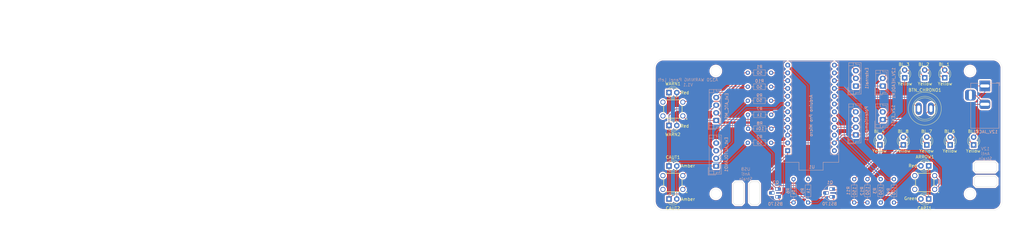
<source format=kicad_pcb>
(kicad_pcb (version 20240108) (generator "pcbnew") (generator_version "8.0")
  (title_block (title "A320 WARNING Panel Left") (date "2024-11-18") (rev "V1.1") (company "S.K.") (comment 1 "Buttons for ATC-MSG and Autoland have to be connected"))
  (layers (0 "F.Cu" signal) (31 "B.Cu" signal) (34 "B.Paste" user) (35 "F.Paste" user) (36 "B.SilkS" user "B.Silkscreen") (37 "F.SilkS" user "F.Silkscreen") (38 "B.Mask" user) (39 "F.Mask" user) (44 "Edge.Cuts" user))
  (net 0 "")
  (net 1 "12V_IN")
  (net 2 "GND")
  (net 3 "Net-(ARROW1-A)")
  (net 4 "LED_GND")
  (net 5 "Net-(BL_1-K)")
  (net 6 "Net-(BL_2-K)")
  (net 7 "Net-(BL_3-K)")
  (net 8 "BACKLIGHT_GND")
  (net 9 "Net-(BL_4-K)")
  (net 10 "Net-(BL_5-K)")
  (net 11 "Net-(BL_6-K)")
  (net 12 "Net-(CAPT1-A)")
  (net 13 "Net-(CAUT1-A)")
  (net 14 "Net-(BL_7-K)")
  (net 15 "EXT1")
  (net 16 "EXT2")
  (net 17 "POT2")
  (net 18 "POT1")
  (net 19 "+5V")
  (net 20 "Net-(Q1-G)")
  (net 21 "Net-(Q2-G)")
  (net 22 "WARN")
  (net 23 "Net-(WARN1-A)")
  (net 24 "CAUT")
  (net 25 "ARROW")
  (net 26 "Net-(BL_8-K)")
  (net 28 "BTN_CAUT")
  (net 30 "BTN_CHRONO")
  (net 33 "BTN_SIDESTICK")
  (net 35 "BTN_WARN")
  (net 37 "BTN_ATC_MSG")
  (net 38 "BTN_AUTOLAND")
  (net 39 "AUTOLAND")
  (net 40 "PRIO")
  (net 41 "ATC_MSG")
  (net 44 "Net-(Ext_ATC_MSG1-Pin_4)")
  (net 45 "Net-(Ext_AUTOLAND1-Pin_4)")
  (net 46 "OUT_BRT_BACK")
  (net 47 "OUT_BRT_LED")
  (footprint "LED_THT:LED_D3.0mm" (layer "F.Cu") (at 343.57875 130.89605 180)
    (property "Reference" "CAPT1" (at 1.3462 -3.0044 0) (layer "F.SilkS"))
    (property "Value" "Green" (at 5.8774 0.1706 0) (layer "F.SilkS"))
    (pad "1" thru_hole rect (at 0 0 180) (size 1.8 1.8) (drill 0.9) (layers "*.Cu" "*.Mask") (net 4 "LED_GND"))
    (pad "2" thru_hole circle (at 2.54 0 180) (size 1.8 1.8) (drill 0.9) (layers "*.Cu" "*.Mask") (net 12 "Net-(CAPT1-A)"))
  )
  (footprint "LED_THT:LED_D3.0mm" (layer "F.Cu") (at 258.78355 120.12985)
    (property "Reference" "CAUT1" (at 1.27 -2.8448 0) (layer "F.SilkS"))
    (property "Value" "Amber" (at 6.1722 -0.0508 0) (layer "F.SilkS"))
    (pad "1" thru_hole rect (at 0 0) (size 1.8 1.8) (drill 0.9) (layers "*.Cu" "*.Mask") (net 4 "LED_GND"))
    (pad "2" thru_hole circle (at 2.54 0) (size 1.8 1.8) (drill 0.9) (layers "*.Cu" "*.Mask") (net 13 "Net-(CAUT1-A)"))
  )
  (footprint "My:SW-Push" (layer "F.Cu") (at 342.30535 101.41005)
    (property "Reference" "BTN_CHRONO1" (at 0.0188 -6.0706 0) (layer "F.SilkS"))
    (property "Value" "Push Button" (hide yes))
    (pad "1" thru_hole oval (at -2 0 180) (size 2 4) (drill oval 1 2.2) (layers "*.Cu" "*.Mask") (net 30 "BTN_CHRONO") (thermal_bridge_width 1) (thermal_gap 1))
    (pad "2" thru_hole oval (at 2 0) (size 2 4) (drill oval 1 2.2) (layers "*.Cu" "*.Mask") (net 2 "GND") (thermal_bridge_width 1) (thermal_gap 1))
  )
  (footprint "LED_THT:LED_D3.0mm" (layer "F.Cu") (at 258.78355 96.15225)
    (property "Reference" "WARN1" (at 1.27 -2.8702 0) (layer "F.SilkS"))
    (property "Value" "Red" (at 5.1816 0.0254 0) (layer "F.SilkS"))
    (pad "1" thru_hole rect (at 0 0) (size 1.8 1.8) (drill 0.9) (layers "*.Cu" "*.Mask") (net 4 "LED_GND"))
    (pad "2" thru_hole circle (at 2.54 0) (size 1.8 1.8) (drill 0.9) (layers "*.Cu" "*.Mask") (net 23 "Net-(WARN1-A)"))
  )
  (footprint "LED_THT:LED_D3.0mm" (layer "F.Cu") (at 348.81385 91.33005 90)
    (property "Reference" "BL_1" (at 4.3738 -0.19 180) (layer "F.SilkS"))
    (property "Value" "Yellow" (at -1.9292 0.0889 180) (layer "F.SilkS"))
    (pad "1" thru_hole rect (at 0 0 90) (size 1.8 1.8) (drill 0.9) (layers "*.Cu" "*.Mask") (net 5 "Net-(BL_1-K)"))
    (pad "2" thru_hole circle (at 2.54 0 90) (size 1.8 1.8) (drill 0.9) (layers "*.Cu" "*.Mask") (net 1 "12V_IN"))
  )
  (footprint "LED_THT:LED_D3.0mm" (layer "F.Cu") (at 335.73285 91.33005 90)
    (property "Reference" "BL_3" (at 4.3738 -0.2154 180) (layer "F.SilkS"))
    (property "Value" "Yellow" (at -1.9292 0.0889 180) (layer "F.SilkS"))
    (pad "1" thru_hole rect (at 0 0 90) (size 1.8 1.8) (drill 0.9) (layers "*.Cu" "*.Mask") (net 7 "Net-(BL_3-K)"))
    (pad "2" thru_hole circle (at 2.54 0 90) (size 1.8 1.8) (drill 0.9) (layers "*.Cu" "*.Mask") (net 6 "Net-(BL_2-K)"))
  )
  (footprint "LED_THT:LED_D3.0mm" (layer "F.Cu") (at 335.31375 113.25025 90)
    (property "Reference" "BL_8" (at 4.4196 -0.0762 180) (layer "F.SilkS"))
    (property "Value" "Yellow" (at -1.9558 -0.0762 180) (layer "F.SilkS"))
    (pad "1" thru_hole rect (at 0 0 90) (size 1.8 1.8) (drill 0.9) (layers "*.Cu" "*.Mask") (net 26 "Net-(BL_8-K)"))
    (pad "2" thru_hole circle (at 2.54 0 90) (size 1.8 1.8) (drill 0.9) (layers "*.Cu" "*.Mask") (net 14 "Net-(BL_7-K)"))
  )
  (footprint "LED_THT:LED_D3.0mm" (layer "F.Cu") (at 327.66835 113.25025 90)
    (property "Reference" "BL_4" (at 4.4196 -0.2032 180) (layer "F.SilkS"))
    (property "Value" "Yellow" (at -1.9558 -0.1778 180) (layer "F.SilkS"))
    (pad "1" thru_hole rect (at 0 0 90) (size 1.8 1.8) (drill 0.9) (layers "*.Cu" "*.Mask") (net 9 "Net-(BL_4-K)"))
    (pad "2" thru_hole circle (at 2.54 0 90) (size 1.8 1.8) (drill 0.9) (layers "*.Cu" "*.Mask") (net 7 "Net-(BL_3-K)"))
  )
  (footprint "SamacSys_Parts:B3F1000" (layer "F.Cu") (at 260.05475 125.52525)
    (property "Reference" "BTN_CAUT1" (hide yes))
    (property "Value" "B3F-1055" (hide yes))
    (pad "1" thru_hole circle (at 3.25 2.25) (size 1.65 1.65) (drill 1.1) (layers "*.Cu" "*.Mask") (net 28 "BTN_CAUT"))
    (pad "2" thru_hole circle (at -3.25 2.25) (size 1.65 1.65) (drill 1.1) (layers "*.Cu" "*.Mask"))
    (pad "3" thru_hole circle (at 3.25 -2.25) (size 1.65 1.65) (drill 1.1) (layers "*.Cu" "*.Mask") (net 2 "GND"))
    (pad "4" thru_hole circle (at -3.25 -2.25) (size 1.65 1.65) (drill 1.1) (layers "*.Cu" "*.Mask"))
  )
  (footprint "LED_THT:LED_D3.0mm" (layer "F.Cu") (at 342.27335 91.33005 90)
    (property "Reference" "BL_2" (at 4.3738 -0.2794 180) (layer "F.SilkS"))
    (property "Value" "Yellow" (at -1.9292 0.0889 180) (layer "F.SilkS"))
    (pad "1" thru_hole rect (at 0 0 90) (size 1.8 1.8) (drill 0.9) (layers "*.Cu" "*.Mask") (net 6 "Net-(BL_2-K)"))
    (pad "2" thru_hole circle (at 2.54 0 90) (size 1.8 1.8) (drill 0.9) (layers "*.Cu" "*.Mask") (net 5 "Net-(BL_1-K)"))
  )
  (footprint "LED_THT:LED_D3.0mm" (layer "F.Cu") (at 342.95915 113.25025 90)
    (property "Reference" "BL_7" (at 4.4196 -0.0508 180) (layer "F.SilkS"))
    (property "Value" "Yellow" (at -1.9558 -0.1016 180) (layer "F.SilkS"))
    (pad "1" thru_hole rect (at 0 0 90) (size 1.8 1.8) (drill 0.9) (layers "*.Cu" "*.Mask") (net 14 "Net-(BL_7-K)"))
    (pad "2" thru_hole circle (at 2.54 0 90) (size 1.8 1.8) (drill 0.9) (layers "*.Cu" "*.Mask") (net 11 "Net-(BL_6-K)"))
  )
  (footprint "LED_THT:LED_D3.0mm" (layer "F.Cu") (at 358.24995 113.25025 90)
    (property "Reference" "BL_5" (at 4.4196 -0.1016 180) (layer "F.SilkS"))
    (property "Value" "Yellow" (at -1.9558 -0.1524 180) (layer "F.SilkS"))
    (pad "1" thru_hole rect (at 0 0 90) (size 1.8 1.8) (drill 0.9) (layers "*.Cu" "*.Mask") (net 10 "Net-(BL_5-K)"))
    (pad "2" thru_hole circle (at 2.54 0 90) (size 1.8 1.8) (drill 0.9) (layers "*.Cu" "*.Mask") (net 1 "12V_IN"))
  )
  (footprint "LED_THT:LED_D3.0mm" (layer "F.Cu") (at 350.60455 113.25025 90)
    (property "Reference" "BL_6" (at 4.4196 -0.1778 180) (layer "F.SilkS"))
    (property "Value" "Yellow" (at -1.9558 -0.127 180) (layer "F.SilkS"))
    (pad "1" thru_hole rect (at 0 0 90) (size 1.8 1.8) (drill 0.9) (layers "*.Cu" "*.Mask") (net 11 "Net-(BL_6-K)"))
    (pad "2" thru_hole circle (at 2.54 0 90) (size 1.8 1.8) (drill 0.9) (layers "*.Cu" "*.Mask") (net 10 "Net-(BL_5-K)"))
  )
  (footprint "LED_THT:LED_D3.0mm" (layer "F.Cu") (at 343.57875 120.08285 180)
    (property "Reference" "ARROW1" (at 1.2446 2.9172 0) (layer "F.SilkS"))
    (property "Value" "Red" (at 5.217 0.0254 0) (layer "F.SilkS"))
    (pad "1" thru_hole rect (at 0 0 180) (size 1.8 1.8) (drill 0.9) (layers "*.Cu" "*.Mask") (net 4 "LED_GND"))
    (pad "2" thru_hole circle (at 2.54 0 180) (size 1.8 1.8) (drill 0.9) (layers "*.Cu" "*.Mask") (net 3 "Net-(ARROW1-A)"))
  )
  (footprint "LED_THT:LED_D3.0mm" (layer "F.Cu") (at 258.78355 130.89945)
    (property "Reference" "CAUT2" (at 1.275 2.9972 0) (layer "F.SilkS"))
    (property "Value" "Amber" (at 6.1722 0.0762 0) (layer "F.SilkS"))
    (pad "1" thru_hole rect (at 0 0) (size 1.8 1.8) (drill 0.9) (layers "*.Cu" "*.Mask") (net 4 "LED_GND"))
    (pad "2" thru_hole circle (at 2.54 0) (size 1.8 1.8) (drill 0.9) (layers "*.Cu" "*.Mask") (net 13 "Net-(CAUT1-A)"))
  )
  (footprint "SamacSys_Parts:B3F1000" (layer "F.Cu") (at 342.28795 125.51465)
    (property "Reference" "BTN_SIDESTICK1" (hide yes))
    (property "Value" "B3F-1055" (hide yes))
    (pad "1" thru_hole circle (at 3.25 2.25) (size 1.65 1.65) (drill 1.1) (layers "*.Cu" "*.Mask") (net 33 "BTN_SIDESTICK"))
    (pad "2" thru_hole circle (at -3.25 2.25) (size 1.65 1.65) (drill 1.1) (layers "*.Cu" "*.Mask"))
    (pad "3" thru_hole circle (at 3.25 -2.25) (size 1.65 1.65) (drill 1.1) (layers "*.Cu" "*.Mask") (net 2 "GND"))
    (pad "4" thru_hole circle (at -3.25 -2.25) (size 1.65 1.65) (drill 1.1) (layers "*.Cu" "*.Mask"))
  )
  (footprint "LED_THT:LED_D3.0mm" (layer "F.Cu") (at 258.78355 106.89645)
    (property "Reference" "WARN2" (at 1.2446 2.9464 0) (layer "F.SilkS"))
    (property "Value" "Red" (at 5.1308 0.1778 0) (layer "F.SilkS"))
    (pad "1" thru_hole rect (at 0 0) (size 1.8 1.8) (drill 0.9) (layers "*.Cu" "*.Mask") (net 4 "LED_GND"))
    (pad "2" thru_hole circle (at 2.54 0) (size 1.8 1.8) (drill 0.9) (layers "*.Cu" "*.Mask") (net 23 "Net-(WARN1-A)"))
  )
  (footprint "SamacSys_Parts:B3F1000" (layer "F.Cu") (at 260.05475 101.52645)
    (property "Reference" "BTN_WARN1" (hide yes))
    (property "Value" "B3F-1055" (hide yes))
    (pad "1" thru_hole circle (at 3.25 2.25) (size 1.65 1.65) (drill 1.1) (layers "*.Cu" "*.Mask") (net 2 "GND"))
    (pad "2" thru_hole circle (at -3.25 2.25) (size 1.65 1.65) (drill 1.1) (layers "*.Cu" "*.Mask"))
    (pad "3" thru_hole circle (at 3.25 -2.25) (size 1.65 1.65) (drill 1.1) (layers "*.Cu" "*.Mask") (net 35 "BTN_WARN"))
    (pad "4" thru_hole circle (at -3.25 -2.25) (size 1.65 1.65) (drill 1.1) (layers "*.Cu" "*.Mask"))
  )
  (footprint "Connector_JST:JST_EH_B4B-EH-A_1x04_P2.50mm_Vertical" (layer "B.Cu") (at 274.19655 105.26545 90)
    (property "Reference" "Ext_ATC_MSG1" (at 3.7662 3.429 90) (layer "B.SilkS") (effects (justify mirror)))
    (property "Value" "Pin Header 1x04" (hide yes))
    (pad "1" thru_hole roundrect (at 0 0 90) (size 1.7 1.95) (drill 0.95) (layers "*.Cu" "*.Mask") (roundrect_rratio 0.147059) (net 2 "GND"))
    (pad "2" thru_hole oval (at 2.5 0 90) (size 1.7 1.95) (drill 0.95) (layers "*.Cu" "*.Mask") (net 37 "BTN_ATC_MSG"))
    (pad "3" thru_hole oval (at 5 0 90) (size 1.7 1.95) (drill 0.95) (layers "*.Cu" "*.Mask") (net 4 "LED_GND"))
    (pad "4" thru_hole oval (at 7.5 0 90) (size 1.7 1.95) (drill 0.95) (layers "*.Cu" "*.Mask") (net 44 "Net-(Ext_ATC_MSG1-Pin_4)"))
  )
  (footprint "Package_TO_SOT_THT:TO-92_HandSolder" (layer "B.Cu") (at 293.99995 127.65205 -90)
    (property "Reference" "Q2" (at -2.1336 0.3168 180) (layer "B.SilkS") (effects (justify mirror)))
    (property "Value" "BS170" (at 4.8768 0.4692 180) (layer "B.SilkS") (effects (justify mirror)))
    (pad "1" thru_hole rect (at 0 0 270) (size 1.1 1.8) (drill 0.75 (offset 0 -0.4)) (layers "*.Cu" "*.Mask") (net 4 "LED_GND"))
    (pad "2" thru_hole roundrect (at 1.27 1.27 270) (size 1.1 1.8) (drill 0.75 (offset 0 0.4)) (layers "*.Cu" "*.Mask") (net 21 "Net-(Q2-G)"))
    (pad "3" thru_hole roundrect (at 2.54 0 270) (size 1.1 1.8) (drill 0.75 (offset 0 -0.4)) (layers "*.Cu" "*.Mask") (net 2 "GND"))
  )
  (footprint "Connector_JST:JST_EH_B2B-EH-A_1x02_P2.50mm_Vertical" (layer "B.Cu") (at 328.57315 104.98065 90)
    (property "Reference" "12V_EXT1" (at 1.2554 3.4386 90) (layer "B.SilkS") (effects (justify mirror)))
    (property "Value" "Pin Header 1x02" (hide yes))
    (pad "1" thru_hole roundrect (at 0 0 90) (size 1.7 2) (drill 1) (layers "*.Cu" "*.Mask") (roundrect_rratio 0.147059) (net 2 "GND"))
    (pad "2" thru_hole oval (at 2.5 0 90) (size 1.7 2) (drill 1) (layers "*.Cu" "*.Mask") (net 1 "12V_IN"))
  )
  (footprint "Resistor_THT:R_Axial_DIN0204_L3.6mm_D1.6mm_P7.62mm_Horizontal" (layer "B.Cu") (at 292.13375 112.53905 180)
    (property "Reference" "R2" (at 3.81 1.92 0) (layer "B.SilkS") (effects (justify mirror)))
    (property "Value" "50" (at 3.7846 -0.0254 0) (layer "B.SilkS") (effects (justify mirror)))
    (pad "1" thru_hole circle (at 0 0 180) (size 1.4 1.4) (drill 0.7) (layers "*.Cu" "*.Mask") (net 24 "CAUT"))
    (pad "2" thru_hole oval (at 7.62 0 180) (size 1.4 1.4) (drill 0.7) (layers "*.Cu" "*.Mask") (net 13 "Net-(CAUT1-A)"))
  )
  (footprint "Connector_JST:JST_EH_B4B-EH-A_1x04_P2.50mm_Vertical" (layer "B.Cu") (at 274.19655 120.14985 90)
    (property "Reference" "Ext_AUTOLAND1" (at 3.7662 3.302 90) (layer "B.SilkS") (effects (justify mirror)))
    (property "Value" "Pin Header 1x04" (hide yes))
    (pad "1" thru_hole roundrect (at 0 0 90) (size 1.7 1.95) (drill 0.95) (layers "*.Cu" "*.Mask") (roundrect_rratio 0.147059) (net 2 "GND"))
    (pad "2" thru_hole oval (at 2.5 0 90) (size 1.7 1.95) (drill 0.95) (layers "*.Cu" "*.Mask") (net 38 "BTN_AUTOLAND"))
    (pad "3" thru_hole oval (at 5 0 90) (size 1.7 1.95) (drill 0.95) (layers "*.Cu" "*.Mask") (net 4 "LED_GND"))
    (pad "4" thru_hole oval (at 7.5 0 90) (size 1.7 1.95) (drill 0.95) (layers "*.Cu" "*.Mask") (net 45 "Net-(Ext_AUTOLAND1-Pin_4)"))
  )
  (footprint "Resistor_THT:R_Axial_DIN0204_L3.6mm_D1.6mm_P7.62mm_Horizontal" (layer "B.Cu") (at 299.44895 132.04625 90)
    (property "Reference" "R6" (at 3.8062 -1.7962 -90) (layer "B.SilkS") (effects (justify mirror)))
    (property "Value" "10k" (at 3.8062 0.0326 -90) (layer "B.SilkS") (effects (justify mirror)))
    (pad "1" thru_hole circle (at 0 0 90) (size 1.4 1.4) (drill 0.7) (layers "*.Cu" "*.Mask") (net 2 "GND"))
    (pad "2" thru_hole oval (at 7.62 0 90) (size 1.4 1.4) (drill 0.7) (layers "*.Cu" "*.Mask") (net 20 "Net-(Q1-G)"))
  )
  (footprint "Package_TO_SOT_THT:TO-92_HandSolder" (layer "B.Cu") (at 311.70375 127.65205 -90)
    (property "Reference" "Q1" (at -2.1336 0.3676 180) (layer "B.SilkS") (effects (justify mirror)))
    (property "Value" "BS170" (at 4.826 0.4692 180) (layer "B.SilkS") (effects (justify mirror)))
    (pad "1" thru_hole rect (at 0 0 270) (size 1.1 1.8) (drill 0.75 (offset 0 -0.4)) (layers "*.Cu" "*.Mask") (net 8 "BACKLIGHT_GND"))
    (pad "2" thru_hole roundrect (at 1.27 1.27 270) (size 1.1 1.8) (drill 0.75 (offset 0 0.4)) (layers "*.Cu" "*.Mask") (net 20 "Net-(Q1-G)"))
    (pad "3" thru_hole roundrect (at 2.54 0 270) (size 1.1 1.8) (drill 0.75 (offset 0 -0.4)) (layers "*.Cu" "*.Mask") (net 2 "GND"))
  )
  (footprint "Resistor_THT:R_Axial_DIN0204_L3.6mm_D1.6mm_P7.62mm_Horizontal" (layer "B.Cu") (at 292.15915 103.39505 180)
    (property "Reference" "R7" (at 3.81 1.92 0) (layer "B.SilkS") (effects (justify mirror)))
    (property "Value" "1k" (at 3.8348 -0.0363 0) (layer "B.SilkS") (effects (justify mirror)))
    (pad "1" thru_hole circle (at 0 0 180) (size 1.4 1.4) (drill 0.7) (layers "*.Cu" "*.Mask") (net 47 "OUT_BRT_LED"))
    (pad "2" thru_hole oval (at 7.62 0 180) (size 1.4 1.4) (drill 0.7) (layers "*.Cu" "*.Mask") (net 21 "Net-(Q2-G)"))
  )
  (footprint "Resistor_THT:R_Axial_DIN0204_L3.6mm_D1.6mm_P7.62mm_Horizontal" (layer "B.Cu") (at 323.58745 124.42625 -90)
    (property "Reference" "R12" (at 3.8862 1.7272 90) (layer "B.SilkS") (effects (justify mirror)))
    (property "Value" "150" (at 3.81 -0.0508 90) (layer "B.SilkS") (effects (justify mirror)))
    (pad "1" thru_hole circle (at 0 0 270) (size 1.4 1.4) (drill 0.7) (layers "*.Cu" "*.Mask") (net 26 "Net-(BL_8-K)"))
    (pad "2" thru_hole oval (at 7.62 0 270) (size 1.4 1.4) (drill 0.7) (layers "*.Cu" "*.Mask") (net 8 "BACKLIGHT_GND"))
  )
  (footprint "Resistor_THT:R_Axial_DIN0204_L3.6mm_D1.6mm_P7.62mm_Horizontal" (layer "B.Cu") (at 327.91385 124.42625 -90)
    (property "Reference" "R3" (at 3.7586 1.8796 90) (layer "B.SilkS") (effects (justify mirror)))
    (property "Value" "150" (at 3.8074 -0.0254 90) (layer "B.SilkS") (effects (justify mirror)))
    (pad "1" thru_hole circle (at 0 0 270) (size 1.4 1.4) (drill 0.7) (layers "*.Cu" "*.Mask") (net 25 "ARROW"))
    (pad "2" thru_hole oval (at 7.62 0 270) (size 1.4 1.4) (drill 0.7) (layers "*.Cu" "*.Mask") (net 3 "Net-(ARROW1-A)"))
  )
  (footprint "Connector_BarrelJack:BarrelJack_Horizontal" (layer "B.Cu") (at 361.90755 93.98765 90)
    (property "Reference" "12V_JACK1" (at -14.97 0.1524 0) (layer "B.SilkS") (effects (justify mirror)))
    (property "Value" "Power Jack" (hide yes))
    (pad "1" thru_hole rect (at 0 0 90) (size 3.5 3.5) (drill oval 1 3) (layers "*.Cu" "*.Mask") (net 1 "12V_IN"))
    (pad "2" thru_hole roundrect (at -6 0 90) (size 3 3.5) (drill oval 1 3) (layers "*.Cu" "*.Mask") (net 2 "GND"))
    (pad "3" thru_hole roundrect (at -3 -4.7 90) (size 3.5 3.5) (drill oval 3 1) (layers "*.Cu" "*.Mask") (net 2 "GND"))
  )
  (footprint "Resistor_THT:R_Axial_DIN0204_L3.6mm_D1.6mm_P7.62mm_Horizontal" (layer "B.Cu") (at 319.26095 124.42625 -90)
    (property "Reference" "R11" (at 3.81 1.92 90) (layer "B.SilkS") (effects (justify mirror)))
    (property "Value" "150" (at 3.9116 -0.0762 90) (layer "B.SilkS") (effects (justify mirror)))
    (pad "1" thru_hole circle (at 0 0 270) (size 1.4 1.4) (drill 0.7) (layers "*.Cu" "*.Mask") (net 9 "Net-(BL_4-K)"))
    (pad "2" thru_hole oval (at 7.62 0 270) (size 1.4 1.4) (drill 0.7) (layers "*.Cu" "*.Mask") (net 8 "BACKLIGHT_GND"))
  )
  (footprint "Arduino:Sparkfun_Pro_Micro" (layer "B.Cu") (at 312.78395 87.18985 180)
    (property "Reference" "U1" (at 7.3914 -33.2486 0) (layer "B.SilkS") (effects (justify mirror)))
    (property "Value" "Arduino Pro Micro" (at 7.62 -16.51 90) (layer "B.SilkS") (effects (justify mirror)))
    (pad "1" thru_hole rect (at 15.24 -27.94 180) (size 1.6 1.6) (drill 0.8) (layers "*.Cu" "*.Mask") (net 28 "BTN_CAUT"))
    (pad "2" thru_hole oval (at 15.24 -25.4 180) (size 1.6 1.6) (drill 0.8) (layers "*.Cu" "*.Mask") (net 24 "CAUT"))
    (pad "3" thru_hole oval (at 15.24 -22.86 180) (size 1.6 1.6) (drill 0.8) (layers "*.Cu" "*.Mask") (net 2 "GND"))
    (pad "4" thru_hole oval (at 15.24 -20.32 180) (size 1.6 1.6) (drill 0.8) (layers "*.Cu" "*.Mask") (net 2 "GND"))
    (pad "5" thru_hole oval (at 15.24 -17.78 180) (size 1.6 1.6) (drill 0.8) (layers "*.Cu" "*.Mask") (net 37 "BTN_ATC_MSG"))
    (pad "6" thru_hole oval (at 15.24 -15.24 180) (size 1.6 1.6) (drill 0.8) (layers "*.Cu" "*.Mask") (net 47 "OUT_BRT_LED"))
    (pad "7" thru_hole oval (at 15.24 -12.7 180) (size 1.6 1.6) (drill 0.8) (layers "*.Cu" "*.Mask") (net 38 "BTN_AUTOLAND"))
    (pad "8" thru_hole oval (at 15.24 -10.16 180) (size 1.6 1.6) (drill 0.8) (layers "*.Cu" "*.Mask") (net 39 "AUTOLAND"))
    (pad "9" thru_hole oval (at 15.24 -7.62 180) (size 1.6 1.6) (drill 0.8) (layers "*.Cu" "*.Mask") (net 41 "ATC_MSG"))
    (pad "10" thru_hole oval (at 15.24 -5.08 180) (size 1.6 1.6) (drill 0.8) (layers "*.Cu" "*.Mask") (net 35 "BTN_WARN"))
    (pad "11" thru_hole oval (at 15.24 -2.54 180) (size 1.6 1.6) (drill 0.8) (layers "*.Cu" "*.Mask") (net 22 "WARN"))
    (pad "12" thru_hole oval (at 15.24 0 180) (size 1.6 1.6) (drill 0.8) (layers "*.Cu" "*.Mask") (net 46 "OUT_BRT_BACK"))
    (pad "13" thru_hole oval (at 0 0 180) (size 1.6 1.6) (drill 0.8) (layers "*.Cu" "*.Mask") (net 16 "EXT2"))
    (pad "14" thru_hole oval (at 0 -2.54 180) (size 1.6 1.6) (drill 0.8) (layers "*.Cu" "*.Mask") (net 15 "EXT1"))
    (pad "15" thru_hole oval (at 0 -5.08 180) (size 1.6 1.6) (drill 0.8) (layers "*.Cu" "*.Mask") (net 30 "BTN_CHRONO"))
    (pad "16" thru_hole oval (at 0 -7.62 180) (size 1.6 1.6) (drill 0.8) (layers "*.Cu" "*.Mask") (net 33 "BTN_SIDESTICK"))
    (pad "17" thru_hole oval (at 0 -10.16 180) (size 1.6 1.6) (drill 0.8) (layers "*.Cu" "*.Mask") (net 17 "POT2"))
    (pad "18" thru_hole oval (at 0 -12.7 180) (size 1.6 1.6) (drill 0.8) (layers "*.Cu" "*.Mask") (net 18 "POT1"))
    (pad "19" thru_hole oval (at 0 -15.24 180) (size 1.6 1.6) (drill 0.8) (layers "*.Cu" "*.Mask") (net 40 "PRIO"))
    (pad "20" thru_hole oval (at 0 -17.78 180) (size 1.6 1.6) (drill 0.8) (layers "*.Cu" "*.Mask") (net 25 "ARROW"))
    (pad "21" thru_hole oval (at 0 -20.32 180) (size 1.6 1.6) (drill 0.8) (layers "*.Cu" "*.Mask") (net 19 "+5V"))
    (pad "22" thru_hole oval (at 0 -22.86 180) (size 1.6 1.6) (drill 0.8) (layers "*.Cu" "*.Mask"))
    (pad "23" thru_hole oval (at 0 -25.4 180) (size 1.6 1.6) (drill 0.8) (layers "*.Cu" "*.Mask") (net 2 "GND"))
    (pad "24" thru_hole oval (at 0 -27.94 180) (size 1.6 1.6) (drill 0.8) (layers "*.Cu" "*.Mask"))
  )
  (footprint "Resistor_THT:R_Axial_DIN0204_L3.6mm_D1.6mm_P7.62mm_Horizontal" (layer "B.Cu") (at 284.51375 98.82305)
    (property "Reference" "R9" (at 3.8354 -1.7272 180) (layer "B.SilkS") (effects (justify mirror)))
    (property "Value" "50" (at 3.7338 -0.127 180) (layer "B.SilkS") (effects (justify mirror)))
    (pad "1" thru_hole circle (at 0 0) (size 1.4 1.4) (drill 0.7) (layers "*.Cu" "*.Mask") (net 45 "Net-(Ext_AUTOLAND1-Pin_4)"))
    (pad "2" thru_hole oval (at 7.62 0) (size 1.4 1.4) (drill 0.7) (layers "*.Cu" "*.Mask") (net 39 "AUTOLAND"))
  )
  (footprint "Resistor_THT:R_Axial_DIN0204_L3.6mm_D1.6mm_P7.62mm_Horizontal" (layer "B.Cu") (at 304.19875 124.42625 -90)
    (property "Reference" "R5" (at 3.8354 1.778 90) (layer "B.SilkS") (effects (justify mirror)))
    (property "Value" "1k" (at 3.81 -0.0762 90) (layer "B.SilkS") (effects (justify mirror)))
    (pad "1" thru_hole circle (at 0 0 270) (size 1.4 1.4) (drill 0.7) (layers "*.Cu" "*.Mask") (net 46 "OUT_BRT_BACK"))
    (pad "2" thru_hole oval (at 7.62 0 270) (size 1.4 1.4) (drill 0.7) (layers "*.Cu" "*.Mask") (net 20 "Net-(Q1-G)"))
  )
  (footprint "Connector_JST:JST_EH_B4B-EH-A_1x04_P2.50mm_Vertical" (layer "B.Cu") (at 319.76895 109.98065 90)
    (property "Reference" "Potentiometer1" (at 3.7084 3.5052 90) (layer "B.SilkS") (effects (justify mirror)))
    (property "Value" "Pin Header 1x04" (hide yes))
    (pad "1" thru_hole roundrect (at 0 0 90) (size 1.7 1.95) (drill 0.95) (layers "*.Cu" "*.Mask") (roundrect_rratio 0.147059) (net 2 "GND"))
    (pad "2" thru_hole oval (at 2.5 0 90) (size 1.7 1.95) (drill 0.95) (layers "*.Cu" "*.Mask") (net 19 "+5V"))
    (pad "3" thru_hole oval (at 5 0 90) (size 1.7 1.95) (drill 0.95) (layers "*.Cu" "*.Mask") (net 18 "POT1"))
    (pad "4" thru_hole oval (at 7.5 0 90) (size 1.7 1.95) (drill 0.95) (layers "*.Cu" "*.Mask") (net 17 "POT2"))
  )
  (footprint "Resistor_THT:R_Axial_DIN0204_L3.6mm_D1.6mm_P7.62mm_Horizontal" (layer "B.Cu") (at 284.51375 94.25105)
    (property "Reference" "R10" (at 3.8354 -1.8542 180) (layer "B.SilkS") (effects (justify mirror)))
    (property "Value" "50" (at 3.7846 0.0762 180) (layer "B.SilkS") (effects (justify mirror)))
    (pad "1" thru_hole circle (at 0 0) (size 1.4 1.4) (drill 0.7) (layers "*.Cu" "*.Mask") (net 44 "Net-(Ext_ATC_MSG1-Pin_4)"))
    (pad "2" thru_hole oval (at 7.62 0) (size 1.4 1.4) (drill 0.7) (layers "*.Cu" "*.Mask") (net 41 "ATC_MSG"))
  )
  (footprint "Resistor_THT:R_Axial_DIN0204_L3.6mm_D1.6mm_P7.62mm_Horizontal" (layer "B.Cu") (at 292.20995 107.96705 180)
    (property "Reference" "R8" (at 3.81 1.75768 0) (layer "B.SilkS") (effects (justify mirror)))
    (property "Value" "10k" (at 3.7344 0.0218 0) (layer "B.SilkS") (effects (justify mirror)))
    (pad "1" thru_hole circle (at 0 0 180) (size 1.4 1.4) (drill 0.7) (layers "*.Cu" "*.Mask") (net 2 "GND"))
    (pad "2" thru_hole oval (at 7.62 0 180) (size 1.4 1.4) (drill 0.7) (layers "*.Cu" "*.Mask") (net 21 "Net-(Q2-G)"))
  )
  (footprint "Resistor_THT:R_Axial_DIN0204_L3.6mm_D1.6mm_P7.62mm_Horizontal" (layer "B.Cu") (at 332.24035 124.42625 -90)
    (property "Reference" "R4" (at 3.8348 1.7272 90) (layer "B.SilkS") (effects (justify mirror)))
    (property "Value" "100" (at 3.8328 0.0254 90) (layer "B.SilkS") (effects (justify mirror)))
    (pad "1" thru_hole circle (at 0 0 270) (size 1.4 1.4) (drill 0.7) (layers "*.Cu" "*.Mask") (net 40 "PRIO"))
    (pad "2" thru_hole oval (at 7.62 0 270) (size 1.4 1.4) (drill 0.7) (layers "*.Cu" "*.Mask") (net 12 "Net-(CAPT1-A)"))
  )
  (footprint "Connector_JST:JST_EH_B2B-EH-A_1x02_P2.50mm_Vertical" (layer "B.Cu") (at 328.57315 94.01865 90)
    (property "Reference" "12V_HEADER1" (at 0.9614 3.5656 90) (layer "B.SilkS") (effects (justify mirror)))
    (property "Value" "Pin Header 1x02" (hide yes))
    (pad "1" thru_hole roundrect (at 0 0 90) (size 1.7 2) (drill 1) (layers "*.Cu" "*.Mask") (roundrect_rratio 0.147059) (net 2 "GND"))
    (pad "2" thru_hole oval (at 2.5 0 90) (size 1.7 2) (drill 1) (layers "*.Cu" "*.Mask") (net 1 "12V_IN"))
  )
  (footprint "Resistor_THT:R_Axial_DIN0204_L3.6mm_D1.6mm_P7.62mm_Horizontal" (layer "B.Cu") (at 292.13375 89.67905 180)
    (property "Reference" "R1" (at 3.81 1.92 0) (layer "B.SilkS") (effects (justify mirror)))
    (property "Value" "50" (at 3.7846 -0.0508 0) (layer "B.SilkS") (effects (justify mirror)))
    (pad "1" thru_hole circle (at 0 0 180) (size 1.4 1.4) (drill 0.7) (layers "*.Cu" "*.Mask") (net 22 "WARN"))
    (pad "2" thru_hole oval (at 7.62 0 180) (size 1.4 1.4) (drill 0.7) (layers "*.Cu" "*.Mask") (net 23 "Net-(WARN1-A)"))
  )
  (footprint "Connector_JST:JST_EH_B3B-EH-A_1x03_P2.50mm_Vertical" (layer "B.Cu") (at 319.79435 94.01865 90)
    (property "Reference" "External1" (at 2.5108 3.5814 90) (layer "B.SilkS") (effects (justify mirror)))
    (property "Value" "Pin Header 1x03" (hide yes))
    (pad "1" thru_hole roundrect (at 0 0 90) (size 1.7 1.95) (drill 0.95) (layers "*.Cu" "*.Mask") (roundrect_rratio 0.147059) (net 2 "GND"))
    (pad "2" thru_hole oval (at 2.5 0 90) (size 1.7 1.95) (drill 0.95) (layers "*.Cu" "*.Mask") (net 15 "EXT1"))
    (pad "3" thru_hole oval (at 5 0 90) (size 1.7 1.95) (drill 0.95) (layers "*.Cu" "*.Mask") (net 16 "EXT2"))
  )
  (gr_poly (pts (xy 283.16335 125.97565) (xy 283.16335 132.07565) (xy 282.46335 132.77565) (xy 280.46335 132.77565) (xy 279.76335 132.07565) (xy 279.76335 125.97565) (xy 280.46335 125.27565) (xy 282.56335 125.27565)) (stroke (width 0.1)) (fill none) (layer "Edge.Cuts"))
  (gr_circle (center 274.07915 129.22265) (end 275.67915 129.22265) (stroke (width 0.05)) (fill none) (layer "Edge.Cuts"))
  (gr_arc (start 256.98295 134.63325) (mid 254.86163 133.75457) (end 253.98295 131.63325) (stroke (width 0.05)) (layer "Edge.Cuts"))
  (gr_line (start 253.98295 131.63325) (end 253.98295 88.20485) (stroke (width 0.05)) (layer "Edge.Cuts"))
  (gr_circle (center 357.07915 129.22265) (end 358.67915 129.22265) (stroke (width 0.05)) (fill none) (layer "Edge.Cuts"))
  (gr_poly (pts (xy 359.13495 123.46105) (xy 365.23495 123.46105) (xy 365.93495 124.16105) (xy 365.93495 126.16105) (xy 365.23495 126.86105) (xy 359.13495 126.86105) (xy 358.43495 126.16105) (xy 358.43495 124.06105)) (stroke (width 0.1)) (fill none) (layer "Edge.Cuts"))
  (gr_poly (pts (xy 359.08415 118.76205) (xy 365.18415 118.76205) (xy 365.88415 119.46205) (xy 365.88415 121.46205) (xy 365.18415 122.16205) (xy 359.08415 122.16205) (xy 358.38415 121.46205) (xy 358.38415 119.36205)) (stroke (width 0.1)) (fill none) (layer "Edge.Cuts"))
  (gr_circle (center 274.07915 89.12265) (end 275.67915 89.12265) (stroke (width 0.05)) (fill none) (layer "Edge.Cuts"))
  (gr_arc (start 253.98295 88.20485) (mid 254.86163 86.08353) (end 256.98295 85.20485) (stroke (width 0.05)) (layer "Edge.Cuts"))
  (gr_circle (center 357.07915 89.12265) (end 358.67915 89.12265) (stroke (width 0.05)) (fill none) (layer "Edge.Cuts"))
  (gr_line (start 364.49555 134.63325) (end 256.98295 134.63325) (stroke (width 0.05)) (layer "Edge.Cuts"))
  (gr_arc (start 367.49555 131.63325) (mid 366.61687 133.75457) (end 364.49555 134.63325) (stroke (width 0.05)) (layer "Edge.Cuts"))
  (gr_line (start 367.49555 88.20485) (end 367.49555 131.63325) (stroke (width 0.05)) (layer "Edge.Cuts"))
  (gr_line (start 256.98295 85.20485) (end 364.49555 85.20485) (stroke (width 0.05)) (layer "Edge.Cuts"))
  (gr_arc (start 364.49555 85.20485) (mid 366.61687 86.08353) (end 367.49555 88.20485) (stroke (width 0.05)) (layer "Edge.Cuts"))
  (gr_poly (pts (xy 288.39635 125.91765) (xy 288.39635 132.01765) (xy 287.69635 132.71765) (xy 285.69635 132.71765) (xy 284.99635 132.01765) (xy 284.99635 125.91765) (xy 285.69635 125.21765) (xy 287.79635 125.21765)) (stroke (width 0.1)) (fill none) (layer "Edge.Cuts"))
  (gr_text "USB\nAnti\nStrain" (at 283.82795 124.95965 0) (layer "B.SilkS") (effects (font (size 1 1) (thickness 0.1)) (justify bottom mirror)))
  (gr_text "${TITLE}\n${REVISION}" (at 264.99 94.18 0) (layer "B.SilkS") (effects (font (size 1 1) (thickness 0.1)) (justify bottom mirror)))
  (gr_text "12V\nAnti\nStrain" (at 362.05995 118.30485 0) (layer "B.SilkS") (effects (font (size 1 1) (thickness 0.1)) (justify bottom mirror)))
  (segment (start 332.87655 87.21525) (end 328.57315 91.51865) (width 0.2) (layer "F.Cu") (net 1))
  (segment (start 354.01145 93.98765) (end 348.81385 88.79005) (width 0.2) (layer "F.Cu") (net 1))
  (segment (start 348.81385 88.79005) (end 347.23905 87.21525) (width 0.2) (layer "F.Cu") (net 1))
  (segment (start 361.90755 93.98765) (end 354.01145 93.98765) (width 0.2) (layer "F.Cu") (net 1))
  (segment (start 347.23905 87.21525) (end 332.87655 87.21525) (width 0.2) (layer "F.Cu") (net 1))
  (segment (start 326.85555 93.23625) (end 326.85555 100.76305) (width 0.2) (layer "B.Cu") (net 1))
  (segment (start 361.90755 93.98765) (end 361.90755 95.93765) (width 0.2) (layer "B.Cu") (net 1))
  (segment (start 328.57315 91.51865) (end 326.85555 93.23625) (width 0.2) (layer "B.Cu") (net 1))
  (segment (start 359.51995 109.44025) (end 358.24995 110.71025) (width 0.2) (layer "B.Cu") (net 1))
  (segment (start 359.51995 98.32525) (end 359.51995 109.44025) (width 0.2) (layer "B.Cu") (net 1))
  (segment (start 326.85555 100.76305) (end 328.57315 102.48065) (width 0.2) (layer "B.Cu") (net 1))
  (segment (start 361.90755 95.93765) (end 359.51995 98.32525) (width 0.2) (layer "B.Cu") (net 1))
  (segment (start 361.90755 99.98765) (end 358.90755 96.98765) (width 0.2) (layer "F.Cu") (net 2))
  (segment (start 340.73475 104.98065) (end 328.57315 104.98065) (width 0.2) (layer "F.Cu") (net 2))
  (segment (start 361.90755 99.98765) (end 345.72775 99.98765) (width 0.2) (layer "F.Cu") (net 2))
  (segment (start 346.89615 131.89385) (end 345.49915 133.29085) (width 0.2) (layer "F.Cu") (net 2))
  (segment (start 297.54395 110.04985) (end 298.64405 110.04985) (width 0.2) (layer "F.Cu") (net 2))
  (segment (start 295.85415 132.04625) (end 293.99995 130.19205) (width 0.2) (layer "F.Cu") (net 2))
  (segment (start 274.19655 120.14985) (end 266.43015 120.14985) (width 0.2) (layer "F.Cu") (net 2))
  (segment (start 344.30535 101.41005) (end 340.73475 104.98065) (width 0.2) (layer "F.Cu") (net 2))
  (segment (start 357.20755 99.98765) (end 361.90755 99.98765) (width 0.2) (layer "F.Cu") (net 2))
  (segment (start 314.80255 133.29085) (end 311.70375 130.19205) (width 0.2) (layer "F.Cu") (net 2))
  (segment (start 301.30315 130.19205) (end 299.44895 132.04625) (width 0.2) (layer "F.Cu") (net 2))
  (segment (start 311.70375 130.19205) (end 301.30315 130.19205) (width 0.2) (layer "F.Cu") (net 2))
  (segment (start 346.89615 124.62285) (end 346.89615 131.89385) (width 0.2) (layer "F.Cu") (net 2))
  (segment (start 345.53795 123.26465) (end 346.89615 124.62285) (width 0.2) (layer "F.Cu") (net 2))
  (segment (start 319.76895 109.98065) (end 315.39315 109.98065) (width 0.2) (layer "F.Cu") (net 2))
  (segment (start 264.79375 105.26545) (end 263.30475 103.77645) (width 0.2) (layer "F.Cu") (net 2))
  (segment (start 345.72775 99.98765) (end 344.30535 101.41005) (width 0.2) (layer "F.Cu") (net 2))
  (segment (start 345.49915 133.29085) (end 314.80255 133.29085) (width 0.2) (layer "F.Cu") (net 2))
  (segment (start 315.39315 109.98065) (end 312.78395 112.58985) (width 0.2) (layer "F.Cu") (net 2))
  (segment (start 301.18405 112.58985) (end 312.78395 112.58985) (width 0.2) (layer "F.Cu") (net 2))
  (segment (start 275.85035 106.91925) (end 275.85035 118.49605) (width 0.2) (layer "F.Cu") (net 2))
  (segment (start 298.64405 110.04985) (end 301.18405 112.58985) (width 0.2) (layer "F.Cu") (net 2))
  (segment (start 337.87805 104.98065) (end 339.59715 104.98065) (width 0.2) (layer "F.Cu") (net 2))
  (segment (start 358.90755 96.98765) (end 357.20755 96.98765) (width 0.2) (layer "F.Cu") (net 2))
  (segment (start 328.57315 104.98065) (end 337.87805 104.98065) (width 0.2) (layer "F.Cu") (net 2))
  (segment (start 299.44895 132.04625) (end 295.85415 132.04625) (width 0.2) (layer "F.Cu") (net 2))
  (segment (start 266.43015 120.14985) (end 263.30475 123.27525) (width 0.2) (layer "F.Cu") (net 2))
  (segment (start 319.76895 109.98065) (end 323.57315 109.98065) (width 0.2) (layer "F.Cu") (net 2))
  (segment (start 275.85035 118.49605) (end 274.19655 120.14985) (width 0.2) (layer "F.Cu") (net 2))
  (segment (start 347.02785 99.98765) (end 357.20755 99.98765) (width 0.2) (layer "F.Cu") (net 2))
  (segment (start 292.20995 107.96705) (end 291.16215 106.91925) (width 0.2) (layer "F.Cu") (net 2))
  (segment (start 292.66715 107.50985) (end 292.20995 107.96705) (width 0.2) (layer "F.Cu") (net 2))
  (segment (start 291.16215 106.91925) (end 275.85035 106.91925) (width 0.2) (layer "F.Cu") (net 2))
  (segment (start 319.79435 94.01865) (end 328.57315 94.01865) (width 0.2) (layer "F.Cu") (net 2))
  (segment (start 274.19655 105.26545) (end 264.79375 105.26545) (width 0.2) (layer "F.Cu") (net 2))
  (segment (start 323.57315 109.98065) (end 328.57315 104.98065) (width 0.2) (layer "F.Cu") (net 2))
  (segment (start 275.85035 106.91925) (end 274.19655 105.26545) (width 0.2) (layer "F.Cu") (net 2))
  (segment (start 297.54395 107.50985) (end 292.66715 107.50985) (width 0.2) (layer "F.Cu") (net 2))
  (segment (start 328.57315 94.01865) (end 331.12275 96.56825) (width 0.2) (layer "B.Cu") (net 2))
  (segment (start 331.12275 102.43105) (end 328.57315 104.98065) (width 0.2) (layer "B.Cu") (net 2))
  (segment (start 296.11 111.4838) (end 296.11 128.71) (width 0.2) (layer "B.Cu") (net 2))
  (segment (start 297.54395 107.96705) (end 297.54395 110.04985) (width 0.2) (layer "B.Cu") (net 2))
  (segment (start 297.54395 110.04985) (end 296.11 111.4838) (width 0.2) (layer "B.Cu") (net 2))
  (segment (start 294.62795 130.19205) (end 296.11 128.71) (width 0.2) (layer "B.Cu") (net 2))
  (segment (start 331.12275 96.56825) (end 331.12275 102.43105) (width 0.2) (layer "B.Cu") (net 2))
  (segment (start 327.91385 132.04625) (end 339.87725 120.08285) (width 0.2) (layer "B.Cu") (net 3))
  (segment (start 339.87725 120.08285) (end 341.03875 120.08285) (width 0.2) (layer "B.Cu") (net 3))
  (segment (start 258.78355 103.64905) (end 258.78355 106.89645) (width 0.2) (layer "F.Cu") (net 4))
  (segment (start 341.98575 129.30305) (end 318.58705 129.30305) (width 0.2) (layer "F.Cu") (net 4))
  (segment (start 343.57875 130.89605) (end 341.98575 129.30305) (width 0.2) (layer "F.Cu") (net 4))
  (segment (start 315.79305 126.50905) (end 318.58705 129.30305) (width 0.2) (layer "F.Cu") (net 4))
  (segment (start 260.94255 101.49005) (end 258.78355 103.64905) (width 0.2) (layer "F.Cu") (net 4))
  (segment (start 295.14295 126.50905) (end 293.99995 127.65205) (width 0.2) (layer "F.Cu") (net 4))
  (segment (start 264.08455 129.25225) (end 260.43075 129.25225) (width 0.2) (layer "F.Cu") (net 4))
  (segment (start 264.08455 129.25225) (end 268.91055 124.42625) (width 0.2) (layer "F.Cu") (net 4))
  (segment (start 293.99995 127.65205) (end 290.77415 124.42625) (width 0.2) (layer "F.Cu") (net 4))
  (segment (start 290.77415 124.42625) (end 268.91055 124.42625) (width 0.2) (layer "F.Cu") (net 4))
  (segment (start 272.97195 101.49005) (end 260.94255 101.49005) (width 0.2) (layer "F.Cu") (net 4))
  (segment (start 315.79305 126.50905) (end 295.14295 126.50905) (width 0.2) (layer "F.Cu") (net 4))
  (segment (start 260.43075 129.25225) (end 258.78355 130.89945) (width 0.2) (layer "F.Cu") (net 4))
  (segment (start 274.19655 100.26545) (end 272.97195 101.49005) (width 0.2) (layer "F.Cu") (net 4))
  (segment (start 272.19475 102.26725) (end 274.19655 100.26545) (width 0.2) (layer "B.Cu") (net 4))
  (segment (start 343.57875 120.08285) (end 343.57875 130.89605) (width 0.2) (layer "B.Cu") (net 4))
  (segment (start 272.19475 113.14805) (end 272.19475 102.26725) (width 0.2) (layer "B.Cu") (net 4))
  (segment (start 258.78355 106.89645) (end 258.78355 120.12985) (width 0.2) (layer "B.Cu") (net 4))
  (segment (start 258.78355 106.89645) (end 258.78355 96.15225) (width 0.2) (layer "B.Cu") (net 4))
  (segment (start 274.19655 115.14985) (end 272.19475 113.14805) (width 0.2) (layer "B.Cu") (net 4))
  (segment (start 258.78355 120.12985) (end 258.78355 130.89945) (width 0.2) (layer "B.Cu") (net 4))
  (segment (start 345.60005 88.79005) (end 348.14005 91.33005) (width 0.2) (layer "F.Cu") (net 5))
  (segment (start 342.27335 88.79005) (end 345.60005 88.79005) (width 0.2) (layer "F.Cu") (net 5))
  (segment (start 339.9169 88.9736) (end 342.27335 91.33005) (width 0.2) (layer "F.Cu") (net 6))
  (segment (start 335.9164 88.9736) (end 339.9169 88.9736) (width 0.2) (layer "F.Cu") (net 6))
  (segment (start 335.73285 102.64575) (end 327.66835 110.71025) (width 0.2) (layer "B.Cu") (net 7))
  (segment (start 335.73285 91.33005) (end 335.73285 102.64575) (width 0.2) (layer "B.Cu") (net 7))
  (segment (start 319.26095 132.04625) (end 315.14615 127.93145) (width 0.2) (layer "F.Cu") (net 8))
  (segment (start 315.14615 127.93145) (end 311.98315 127.93145) (width 0.2) (layer "F.Cu") (net 8))
  (segment (start 319.26095 132.04625) (end 323.58745 132.04625) (width 0.2) (layer "F.Cu") (net 8))
  (segment (start 327.66835 116.01885) (end 319.26095 124.42625) (width 0.2) (layer "F.Cu") (net 9))
  (segment (start 327.66835 113.25025) (end 327.66835 116.01885) (width 0.2) (layer "F.Cu") (net 9))
  (segment (start 350.60455 110.71025) (end 355.73975 110.71025) (width 0.2) (layer "F.Cu") (net 10))
  (segment (start 355.73975 110.71025) (end 355.73975 110.74005) (width 0.2) (layer "F.Cu") (net 10))
  (segment (start 355.73975 110.74005) (end 358.24995 113.25025) (width 0.2) (layer "F.Cu") (net 10))
  (segment (start 342.95915 110.71025) (end 348.06455 110.71025) (width 0.2) (layer "F.Cu") (net 11))
  (segment (start 348.06455 110.71025) (end 350.60455 113.25025) (width 0.2) (layer "F.Cu") (net 11))
  (segment (start 332.24035 132.04625) (end 339.88855 132.04625) (width 0.2) (layer "F.Cu") (net 12))
  (segment (start 339.88855 132.04625) (end 341.03875 130.89605) (width 0.2) (layer "F.Cu") (net 12))
  (segment (start 262.5234 118.93) (end 278.1228 118.93) (width 0.2) (layer "B.Cu") (net 13))
  (segment (start 261.32355 130.89945) (end 261.32355 120.12985) (width 0.2) (layer "B.Cu") (net 13))
  (segment (start 261.32355 120.12985) (end 262.5234 118.93) (width 0.2) (layer "B.Cu") (net 13))
  (segment (start 278.1228 118.93) (end 284.51375 112.53905) (width 0.2) (layer "B.Cu") (net 13))
  (segment (start 335.31375 110.71025) (end 340.41915 110.71025) (width 0.2) (layer "F.Cu") (net 14))
  (segment (start 340.41915 110.71025) (end 342.95915 113.25025) (width 0.2) (layer "F.Cu") (net 14))
  (segment (start 312.78395 89.72985) (end 318.00555 89.72985) (width 0.2) (layer "F.Cu") (net 15))
  (segment (start 318.00555 89.72985) (end 319.79435 91.51865) (width 0.2) (layer "F.Cu") (net 15))
  (segment (start 317.96555 87.18985) (end 319.79435 89.01865) (width 0.2) (layer "F.Cu") (net 16))
  (segment (start 312.78395 87.18985) (end 317.96555 87.18985) (width 0.2) (layer "F.Cu") (net 16))
  (segment (start 314.63815 97.34985) (end 312.78395 97.34985) (width 0.2) (layer "F.Cu") (net 17))
  (segment (start 319.76895 102.48065) (end 314.63815 97.34985) (width 0.2) (layer "F.Cu") (net 17))
  (segment (start 319.76895 104.96985) (end 314.68895 99.88985) (width 0.2) (layer "F.Cu") (net 18))
  (segment (start 314.68895 99.88985) (end 312.78395 99.88985) (width 0.2) (layer "F.Cu") (net 18))
  (segment (start 319.76895 107.48065) (end 312.81315 107.48065) (width 0.2) (layer "F.Cu") (net 19))
  (segment (start 307.30955 132.04625) (end 310.43375 128.92205) (width 0.2) (layer "B.Cu") (net 20))
  (segment (start 299.44895 124.42625) (end 299.44895 127.29645) (width 0.2) (layer "B.Cu") (net 20))
  (segment (start 299.44895 127.29645) (end 304.19875 132.04625) (width 0.2) (layer "B.Cu") (net 20))
  (segment (start 304.19875 132.04625) (end 307.30955 132.04625) (width 0.2) (layer "B.Cu") (net 20))
  (segment (start 292.72995 128.92205) (end 292.72995 116.10705) (width 0.2) (layer "B.Cu") (net 21))
  (segment (start 284.53915 103.39505) (end 284.53915 104.39515) (width 0.2) (layer "B.Cu") (net 21))
  (segment (start 292.72995 116.10705) (end 284.58995 107.96705) (width 0.2) (layer "B.Cu") (net 21))
  (segment (start 284.53915 104.39515) (end 284.58995 104.44595) (width 0.2) (layer "B.Cu") (net 21))
  (segment (start 284.58995 104.44595) (end 284.58995 107.96705) (width 0.2) (layer "B.Cu") (net 21))
  (segment (start 297.54395 89.72985) (end 292.18455 89.72985) (width 0.2) (layer "F.Cu") (net 22))
  (segment (start 284.51375 89.67905) (end 283.51365 89.67905) (width 0.2) (layer "F.Cu") (net 23))
  (segment (start 277.04045 96.15225) (end 261.32355 96.15225) (width 0.2) (layer "F.Cu") (net 23))
  (segment (start 283.51365 89.67905) (end 277.04045 96.15225) (width 0.2) (layer "F.Cu") (net 23))
  (segment (start 261.32355 96.15225) (end 261.32355 106.89645) (width 0.2) (layer "B.Cu") (net 23))
  (segment (start 297.54395 112.58985) (end 292.18455 112.58985) (width 0.2) (layer "F.Cu") (net 24))
  (segment (start 314.91755 107.10345) (end 312.78395 104.96985) (width 0.2) (layer "B.Cu") (net 25))
  (segment (start 327.91385 124.42625) (end 314.91755 111.42995) (width 0.2) (layer "B.Cu") (net 25))
  (segment (start 314.91755 111.42995) (end 314.91755 107.10345) (width 0.2) (layer "B.Cu") (net 25))
  (segment (start 334.76345 113.25025) (end 323.58745 124.42625) (width 0.2) (layer "F.Cu") (net 26))
  (segment (start 289.79375 124.02625) (end 267.05375 124.02625) (width 0.2) (layer "F.Cu") (net 28))
  (segment (start 267.05375 124.02625) (end 263.30475 127.77525) (width 0.2) (layer "F.Cu") (net 28))
  (segment (start 297.54395 116.27605) (end 289.79375 124.02625) (width 0.2) (layer "F.Cu") (net 28))
  (segment (start 297.54395 115.12985) (end 297.54395 116.27605) (width 0.2) (layer "F.Cu") (net 28))
  (segment (start 336.5841 97.6888) (end 320.20075 97.6888) (width 0.2) (layer "F.Cu") (net 30))
  (segment (start 314.7818 92.26985) (end 312.78395 92.26985) (width 0.2) (layer "F.Cu") (net 30))
  (segment (start 340.30535 101.41005) (end 336.5841 97.6888) (width 0.2) (layer "F.Cu") (net 30))
  (segment (start 320.20075 97.6888) (end 314.7818 92.26985) (width 0.2) (layer "F.Cu") (net 30))
  (segment (start 326.34755 115.48545) (end 323.40115 112.53905) (width 0.2) (layer "B.Cu") (net 33))
  (segment (start 315.73035 94.80985) (end 312.78395 94.80985) (width 0.2) (layer "B.Cu") (net 33))
  (segment (start 345.53795 127.76465) (end 347.27715 126.02545) (width 0.2) (layer "B.Cu") (net 33))
  (segment (start 347.27715 126.02545) (end 347.27715 120.74325) (width 0.2) (layer "B.Cu") (net 33))
  (segment (start 347.27715 120.74325) (end 342.01935 115.48545) (width 0.2) (layer "B.Cu") (net 33))
  (segment (start 323.40115 112.53905) (end 323.40115 102.48065) (width 0.2) (layer "B.Cu") (net 33))
  (segment (start 323.40115 102.48065) (end 315.73035 94.80985) (width 0.2) (layer "B.Cu") (net 33))
  (segment (start 342.01935 115.48545) (end 326.34755 115.48545) (width 0.2) (layer "B.Cu") (net 33))
  (segment (start 297.54395 92.26985) (end 283.28075 92.26985) (width 0.2) (layer "F.Cu") (net 35))
  (segment (start 276.53515 99.01545) (end 263.56575 99.01545) (width 0.2) (layer "F.Cu") (net 35))
  (segment (start 283.28075 92.26985) (end 276.53515 99.01545) (width 0.2) (layer "F.Cu") (net 35))
  (segment (start 297.54395 104.96985) (end 276.40095 104.96985) (width 0.2) (layer "F.Cu") (net 37))
  (segment (start 276.40095 104.96985) (end 274.19655 102.76545) (width 0.2) (layer "F.Cu") (net 37))
  (segment (start 279.49725 106.04935) (end 284.10735 101.43925) (width 0.2) (layer "B.Cu") (net 38))
  (segment (start 295.38495 99.88985) (end 293.83555 101.43925) (width 0.2) (layer "B.Cu") (net 38))
  (segment (start 274.19655 117.64985) (end 279.49725 112.34915) (width 0.2) (layer "B.Cu") (net 38))
  (segment (start 297.54395 99.88985) (end 295.38495 99.88985) (width 0.2) (layer "B.Cu") (net 38))
  (segment (start 279.49725 112.34915) (end 279.49725 106.04935) (width 0.2) (layer "B.Cu") (net 38))
  (segment (start 293.83555 101.43925) (end 284.10735 101.43925) (width 0.2) (layer "B.Cu") (net 38))
  (segment (start 292.13375 98.82305) (end 293.13385 98.82305) (width 0.2) (layer "F.Cu") (net 39))
  (segment (start 294.60705 97.34985) (end 293.13385 98.82305) (width 0.2) (layer "F.Cu") (net 39))
  (segment (start 297.54395 97.34985) (end 294.60705 97.34985) (width 0.2) (layer "F.Cu") (net 39))
  (segment (start 316.00975 110.22765) (end 316.00975 105.65565) (width 0.2) (layer "B.Cu") (net 40))
  (segment (start 316.00975 105.65565) (end 312.78395 102.42985) (width 0.2) (layer "B.Cu") (net 40))
  (segment (start 330.20835 124.42625) (end 316.00975 110.22765) (width 0.2) (layer "B.Cu") (net 40))
  (segment (start 332.24035 124.42625) (end 330.20835 124.42625) (width 0.2) (layer "B.Cu") (net 40))
  (segment (start 292.13375 94.25105) (end 293.13385 94.25105) (width 0.2) (layer "F.Cu") (net 41))
  (segment (start 293.69265 94.80985) (end 293.13385 94.25105) (width 0.2) (layer "F.Cu") (net 41))
  (segment (start 297.54395 94.80985) (end 293.69265 94.80985) (width 0.2) (layer "F.Cu") (net 41))
  (segment (start 284.51375 94.25105) (end 277.71095 94.25105) (width 0.2) (layer "B.Cu") (net 44))
  (segment (start 277.71095 94.25105) (end 274.19655 97.76545) (width 0.2) (layer "B.Cu") (net 44))
  (segment (start 284.51375 98.82305) (end 274.19655 109.14025) (width 0.2) (layer "B.Cu") (net 45))
  (segment (start 274.19655 109.14025) (end 274.19655 112.64985) (width 0.2) (layer "B.Cu") (net 45))
  (segment (start 304.19875 124.42625) (end 304.19875 93.84465) (width 0.2) (layer "B.Cu") (net 46))
  (segment (start 304.19875 93.84465) (end 297.54395 87.18985) (width 0.2) (layer "B.Cu") (net 46))
  (segment (start 297.54395 102.42985) (end 293.12435 102.42985) (width 0.2) (layer "F.Cu") (net 47))
  (segment (start 293.12435 102.42985) (end 292.15915 103.39505) (width 0.2) (layer "F.Cu") (net 47))
  (zone (net 0) (net_name "") (layer "F.Cu") (connect_pads (clearance 0.5)) (min_thickness 0.25) (fill yes (thermal_gap 0.5) (thermal_bridge_width 0.5) (island_removal_mode 1) (island_area_min 10))
    (polygon (pts (xy 368.28295 84.67525) (xy 368.30835 134.99265) (xy 253.67815 134.99265) (xy 253.67815 84.95465) (xy 253.70355 84.92925)))
  )
  (zone (net 0) (net_name "") (layer "B.Cu") (priority 1) (connect_pads (clearance 0.5)) (min_thickness 0.25) (fill yes (thermal_gap 0.5) (thermal_bridge_width 0.5) (island_removal_mode 1) (island_area_min 10))
    (polygon (pts (xy 369.04495 84.59905) (xy 369.01955 135.85625) (xy 252.68755 135.83085) (xy 252.83995 84.34505)))
  )
)
</source>
